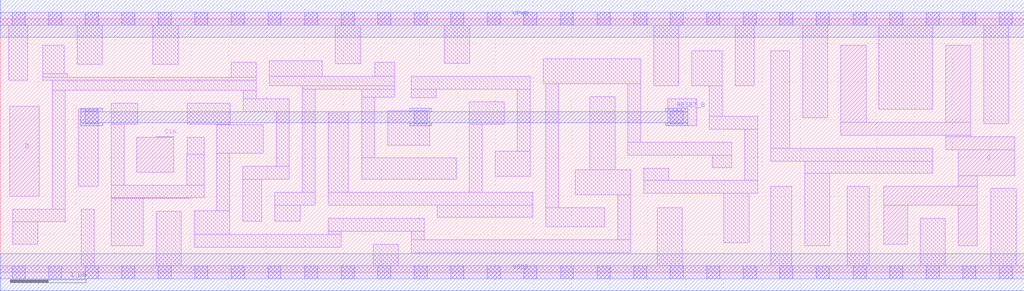
<source format=lef>
# Copyright 2020 The SkyWater PDK Authors
#
# Licensed under the Apache License, Version 2.0 (the "License");
# you may not use this file except in compliance with the License.
# You may obtain a copy of the License at
#
#     https://www.apache.org/licenses/LICENSE-2.0
#
# Unless required by applicable law or agreed to in writing, software
# distributed under the License is distributed on an "AS IS" BASIS,
# WITHOUT WARRANTIES OR CONDITIONS OF ANY KIND, either express or implied.
# See the License for the specific language governing permissions and
# limitations under the License.
#
# SPDX-License-Identifier: Apache-2.0

VERSION 5.7 ;
  NOWIREEXTENSIONATPIN ON ;
  DIVIDERCHAR "/" ;
  BUSBITCHARS "[]" ;
UNITS
  DATABASE MICRONS 200 ;
END UNITS
MACRO sky130_fd_sc_ms__dfrtp_4
  CLASS CORE ;
  FOREIGN sky130_fd_sc_ms__dfrtp_4 ;
  ORIGIN  0.000000  0.000000 ;
  SIZE  13.44000 BY  3.330000 ;
  SYMMETRY X Y R90 ;
  SITE unit ;
  PIN D
    ANTENNAGATEAREA  0.138600 ;
    DIRECTION INPUT ;
    USE SIGNAL ;
    PORT
      LAYER li1 ;
        RECT 0.125000 1.000000 0.515000 2.180000 ;
    END
  END D
  PIN Q
    ANTENNADIFFAREA  1.139900 ;
    DIRECTION OUTPUT ;
    USE SIGNAL ;
    PORT
      LAYER li1 ;
        RECT 11.035000 1.800000 12.740000 1.970000 ;
        RECT 11.035000 1.970000 11.365000 2.980000 ;
        RECT 11.595000 0.365000 11.910000 0.880000 ;
        RECT 11.595000 0.880000 12.825000 1.130000 ;
        RECT 12.410000 1.610000 13.315000 1.780000 ;
        RECT 12.410000 1.780000 12.740000 1.800000 ;
        RECT 12.410000 1.970000 12.740000 2.980000 ;
        RECT 12.575000 0.350000 12.825000 0.880000 ;
        RECT 12.575000 1.130000 12.825000 1.270000 ;
        RECT 12.575000 1.270000 13.315000 1.610000 ;
    END
  END Q
  PIN RESET_B
    ANTENNAGATEAREA  0.415800 ;
    DIRECTION INPUT ;
    USE SIGNAL ;
    PORT
      LAYER met1 ;
        RECT 1.055000 1.920000 1.345000 1.965000 ;
        RECT 1.055000 1.965000 9.025000 2.105000 ;
        RECT 1.055000 2.105000 1.345000 2.150000 ;
        RECT 5.375000 1.920000 5.665000 1.965000 ;
        RECT 5.375000 2.105000 5.665000 2.150000 ;
        RECT 8.735000 1.920000 9.025000 1.965000 ;
        RECT 8.735000 2.105000 9.025000 2.150000 ;
    END
  END RESET_B
  PIN CLK
    ANTENNAGATEAREA  0.312600 ;
    DIRECTION INPUT ;
    USE CLOCK ;
    PORT
      LAYER li1 ;
        RECT 1.795000 1.310000 2.275000 1.775000 ;
        RECT 2.045000 1.775000 2.275000 1.780000 ;
    END
  END CLK
  PIN VGND
    DIRECTION INOUT ;
    USE GROUND ;
    PORT
      LAYER met1 ;
        RECT 0.000000 -0.245000 13.440000 0.245000 ;
    END
  END VGND
  PIN VPWR
    DIRECTION INOUT ;
    USE POWER ;
    PORT
      LAYER met1 ;
        RECT 0.000000 3.085000 13.440000 3.575000 ;
    END
  END VPWR
  OBS
    LAYER li1 ;
      RECT  0.000000 -0.085000 13.440000 0.085000 ;
      RECT  0.000000  3.245000 13.440000 3.415000 ;
      RECT  0.110000  2.520000  0.360000 3.245000 ;
      RECT  0.165000  0.370000  0.495000 0.660000 ;
      RECT  0.165000  0.660000  0.855000 0.830000 ;
      RECT  0.560000  2.520000  3.360000 2.560000 ;
      RECT  0.560000  2.560000  0.885000 2.605000 ;
      RECT  0.560000  2.605000  0.840000 2.980000 ;
      RECT  0.685000  0.830000  0.855000 2.390000 ;
      RECT  0.685000  2.390000  3.360000 2.520000 ;
      RECT  1.010000  2.730000  1.340000 3.245000 ;
      RECT  1.025000  1.130000  1.285000 2.140000 ;
      RECT  1.065000  0.085000  1.235000 0.830000 ;
      RECT  1.455000  0.350000  1.875000 0.970000 ;
      RECT  1.455000  0.970000  2.495000 0.975000 ;
      RECT  1.455000  0.975000  2.675000 1.140000 ;
      RECT  1.455000  1.140000  1.625000 1.945000 ;
      RECT  1.455000  1.945000  1.805000 2.220000 ;
      RECT  2.005000  2.730000  2.335000 3.245000 ;
      RECT  2.045000  0.085000  2.375000 0.800000 ;
      RECT  2.445000  1.140000  2.675000 1.550000 ;
      RECT  2.455000  1.550000  2.675000 1.775000 ;
      RECT  2.455000  1.945000  3.020000 2.220000 ;
      RECT  2.545000  0.330000  4.475000 0.500000 ;
      RECT  2.545000  0.500000  3.015000 0.805000 ;
      RECT  2.845000  0.805000  3.015000 1.560000 ;
      RECT  2.845000  1.560000  3.455000 1.935000 ;
      RECT  2.845000  1.935000  3.020000 1.945000 ;
      RECT  3.030000  2.560000  3.360000 2.755000 ;
      RECT  3.185000  0.670000  3.435000 1.220000 ;
      RECT  3.185000  1.220000  3.795000 1.390000 ;
      RECT  3.190000  2.105000  3.795000 2.275000 ;
      RECT  3.190000  2.275000  3.360000 2.390000 ;
      RECT  3.530000  2.445000  5.180000 2.570000 ;
      RECT  3.530000  2.570000  4.230000 2.775000 ;
      RECT  3.605000  0.670000  3.935000 0.880000 ;
      RECT  3.605000  0.880000  4.135000 1.050000 ;
      RECT  3.625000  1.390000  3.795000 2.105000 ;
      RECT  3.965000  1.050000  4.135000 2.400000 ;
      RECT  3.965000  2.400000  5.180000 2.445000 ;
      RECT  4.305000  0.500000  4.475000 0.540000 ;
      RECT  4.305000  0.540000  5.565000 0.710000 ;
      RECT  4.305000  0.880000  6.990000 1.050000 ;
      RECT  4.305000  1.050000  4.570000 2.105000 ;
      RECT  4.400000  2.740000  4.730000 3.245000 ;
      RECT  4.745000  1.220000  5.985000 1.500000 ;
      RECT  4.745000  1.500000  4.915000 2.295000 ;
      RECT  4.745000  2.295000  5.180000 2.400000 ;
      RECT  4.895000  0.085000  5.225000 0.370000 ;
      RECT  4.915000  2.570000  5.180000 2.755000 ;
      RECT  5.085000  1.670000  5.635000 2.120000 ;
      RECT  5.395000  0.255000  8.275000 0.425000 ;
      RECT  5.395000  0.425000  5.565000 0.540000 ;
      RECT  5.395000  2.290000  5.725000 2.405000 ;
      RECT  5.395000  2.405000  6.955000 2.575000 ;
      RECT  5.735000  0.720000  6.990000 0.880000 ;
      RECT  5.830000  2.745000  6.165000 3.245000 ;
      RECT  6.155000  1.050000  6.325000 1.940000 ;
      RECT  6.155000  1.940000  6.615000 2.235000 ;
      RECT  6.495000  1.260000  6.955000 1.590000 ;
      RECT  6.785000  1.590000  6.955000 2.405000 ;
      RECT  7.125000  2.475000  8.410000 2.805000 ;
      RECT  7.160000  0.595000  7.935000 0.845000 ;
      RECT  7.160000  0.845000  7.330000 2.475000 ;
      RECT  7.545000  1.015000  8.275000 1.345000 ;
      RECT  7.740000  1.345000  8.070000 2.305000 ;
      RECT  8.105000  0.425000  8.275000 1.015000 ;
      RECT  8.240000  1.535000  9.605000 1.705000 ;
      RECT  8.240000  1.705000  8.410000 2.475000 ;
      RECT  8.445000  1.035000  9.945000 1.205000 ;
      RECT  8.445000  1.205000  8.775000 1.365000 ;
      RECT  8.580000  2.445000  8.910000 3.245000 ;
      RECT  8.625000  0.085000  8.955000 0.845000 ;
      RECT  8.765000  1.920000  9.140000 2.275000 ;
      RECT  9.080000  2.445000  9.480000 2.905000 ;
      RECT  9.310000  1.875000  9.945000 2.045000 ;
      RECT  9.310000  2.045000  9.480000 2.445000 ;
      RECT  9.345000  1.375000  9.605000 1.535000 ;
      RECT  9.500000  0.385000  9.830000 1.035000 ;
      RECT  9.650000  2.445000  9.900000 3.245000 ;
      RECT  9.775000  1.205000  9.945000 1.875000 ;
      RECT 10.115000  0.085000 10.390000 1.130000 ;
      RECT 10.115000  1.460000 12.240000 1.630000 ;
      RECT 10.115000  1.630000 10.365000 2.905000 ;
      RECT 10.535000  2.025000 10.865000 3.245000 ;
      RECT 10.560000  0.350000 10.890000 1.300000 ;
      RECT 10.560000  1.300000 12.240000 1.460000 ;
      RECT 11.120000  0.085000 11.410000 1.130000 ;
      RECT 11.535000  2.140000 12.240000 3.245000 ;
      RECT 12.080000  0.085000 12.405000 0.710000 ;
      RECT 12.910000  1.950000 13.240000 3.245000 ;
      RECT 13.005000  0.085000 13.335000 1.100000 ;
    LAYER mcon ;
      RECT  0.155000 -0.085000  0.325000 0.085000 ;
      RECT  0.155000  3.245000  0.325000 3.415000 ;
      RECT  0.635000 -0.085000  0.805000 0.085000 ;
      RECT  0.635000  3.245000  0.805000 3.415000 ;
      RECT  1.115000 -0.085000  1.285000 0.085000 ;
      RECT  1.115000  1.950000  1.285000 2.120000 ;
      RECT  1.115000  3.245000  1.285000 3.415000 ;
      RECT  1.595000 -0.085000  1.765000 0.085000 ;
      RECT  1.595000  3.245000  1.765000 3.415000 ;
      RECT  2.075000 -0.085000  2.245000 0.085000 ;
      RECT  2.075000  3.245000  2.245000 3.415000 ;
      RECT  2.555000 -0.085000  2.725000 0.085000 ;
      RECT  2.555000  3.245000  2.725000 3.415000 ;
      RECT  3.035000 -0.085000  3.205000 0.085000 ;
      RECT  3.035000  3.245000  3.205000 3.415000 ;
      RECT  3.515000 -0.085000  3.685000 0.085000 ;
      RECT  3.515000  3.245000  3.685000 3.415000 ;
      RECT  3.995000 -0.085000  4.165000 0.085000 ;
      RECT  3.995000  3.245000  4.165000 3.415000 ;
      RECT  4.475000 -0.085000  4.645000 0.085000 ;
      RECT  4.475000  3.245000  4.645000 3.415000 ;
      RECT  4.955000 -0.085000  5.125000 0.085000 ;
      RECT  4.955000  3.245000  5.125000 3.415000 ;
      RECT  5.435000 -0.085000  5.605000 0.085000 ;
      RECT  5.435000  1.950000  5.605000 2.120000 ;
      RECT  5.435000  3.245000  5.605000 3.415000 ;
      RECT  5.915000 -0.085000  6.085000 0.085000 ;
      RECT  5.915000  3.245000  6.085000 3.415000 ;
      RECT  6.395000 -0.085000  6.565000 0.085000 ;
      RECT  6.395000  3.245000  6.565000 3.415000 ;
      RECT  6.875000 -0.085000  7.045000 0.085000 ;
      RECT  6.875000  3.245000  7.045000 3.415000 ;
      RECT  7.355000 -0.085000  7.525000 0.085000 ;
      RECT  7.355000  3.245000  7.525000 3.415000 ;
      RECT  7.835000 -0.085000  8.005000 0.085000 ;
      RECT  7.835000  3.245000  8.005000 3.415000 ;
      RECT  8.315000 -0.085000  8.485000 0.085000 ;
      RECT  8.315000  3.245000  8.485000 3.415000 ;
      RECT  8.795000 -0.085000  8.965000 0.085000 ;
      RECT  8.795000  1.950000  8.965000 2.120000 ;
      RECT  8.795000  3.245000  8.965000 3.415000 ;
      RECT  9.275000 -0.085000  9.445000 0.085000 ;
      RECT  9.275000  3.245000  9.445000 3.415000 ;
      RECT  9.755000 -0.085000  9.925000 0.085000 ;
      RECT  9.755000  3.245000  9.925000 3.415000 ;
      RECT 10.235000 -0.085000 10.405000 0.085000 ;
      RECT 10.235000  3.245000 10.405000 3.415000 ;
      RECT 10.715000 -0.085000 10.885000 0.085000 ;
      RECT 10.715000  3.245000 10.885000 3.415000 ;
      RECT 11.195000 -0.085000 11.365000 0.085000 ;
      RECT 11.195000  3.245000 11.365000 3.415000 ;
      RECT 11.675000 -0.085000 11.845000 0.085000 ;
      RECT 11.675000  3.245000 11.845000 3.415000 ;
      RECT 12.155000 -0.085000 12.325000 0.085000 ;
      RECT 12.155000  3.245000 12.325000 3.415000 ;
      RECT 12.635000 -0.085000 12.805000 0.085000 ;
      RECT 12.635000  3.245000 12.805000 3.415000 ;
      RECT 13.115000 -0.085000 13.285000 0.085000 ;
      RECT 13.115000  3.245000 13.285000 3.415000 ;
  END
END sky130_fd_sc_ms__dfrtp_4
END LIBRARY

</source>
